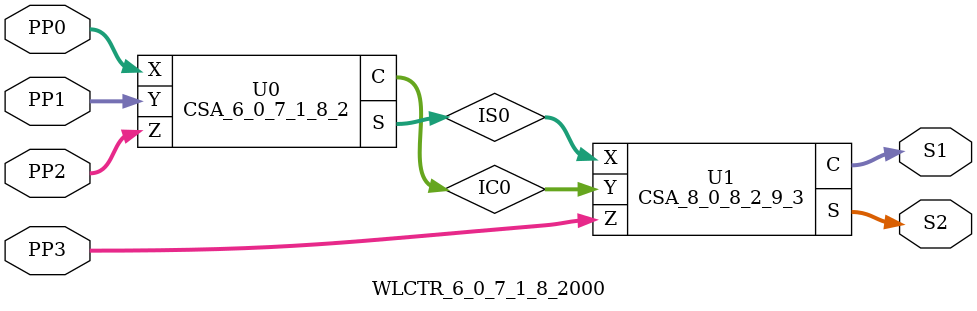
<source format=v>
/*----------------------------------------------------------------------------
  Copyright (c) 2021 Homma laboratory. All rights reserved.

  Top module: Multiplier_6_0_3_000

  Number system: Unsigned binary
  Multiplicand length: 7
  Multiplier length: 4
  Partial product generation: Simple PPG
  Partial product accumulation: Wallace tree
  Final stage addition: Carry-skip adder (fixed-block-size)
----------------------------------------------------------------------------*/

module UB1BPPG_0_0(O, IN1, IN2);
  output O;
  input IN1;
  input IN2;
  assign O = IN1 & IN2;
endmodule

module UB1BPPG_1_0(O, IN1, IN2);
  output O;
  input IN1;
  input IN2;
  assign O = IN1 & IN2;
endmodule

module UB1BPPG_2_0(O, IN1, IN2);
  output O;
  input IN1;
  input IN2;
  assign O = IN1 & IN2;
endmodule

module UB1BPPG_3_0(O, IN1, IN2);
  output O;
  input IN1;
  input IN2;
  assign O = IN1 & IN2;
endmodule

module UB1BPPG_4_0(O, IN1, IN2);
  output O;
  input IN1;
  input IN2;
  assign O = IN1 & IN2;
endmodule

module UB1BPPG_5_0(O, IN1, IN2);
  output O;
  input IN1;
  input IN2;
  assign O = IN1 & IN2;
endmodule

module UB1BPPG_6_0(O, IN1, IN2);
  output O;
  input IN1;
  input IN2;
  assign O = IN1 & IN2;
endmodule

module UB1BPPG_0_1(O, IN1, IN2);
  output O;
  input IN1;
  input IN2;
  assign O = IN1 & IN2;
endmodule

module UB1BPPG_1_1(O, IN1, IN2);
  output O;
  input IN1;
  input IN2;
  assign O = IN1 & IN2;
endmodule

module UB1BPPG_2_1(O, IN1, IN2);
  output O;
  input IN1;
  input IN2;
  assign O = IN1 & IN2;
endmodule

module UB1BPPG_3_1(O, IN1, IN2);
  output O;
  input IN1;
  input IN2;
  assign O = IN1 & IN2;
endmodule

module UB1BPPG_4_1(O, IN1, IN2);
  output O;
  input IN1;
  input IN2;
  assign O = IN1 & IN2;
endmodule

module UB1BPPG_5_1(O, IN1, IN2);
  output O;
  input IN1;
  input IN2;
  assign O = IN1 & IN2;
endmodule

module UB1BPPG_6_1(O, IN1, IN2);
  output O;
  input IN1;
  input IN2;
  assign O = IN1 & IN2;
endmodule

module UB1BPPG_0_2(O, IN1, IN2);
  output O;
  input IN1;
  input IN2;
  assign O = IN1 & IN2;
endmodule

module UB1BPPG_1_2(O, IN1, IN2);
  output O;
  input IN1;
  input IN2;
  assign O = IN1 & IN2;
endmodule

module UB1BPPG_2_2(O, IN1, IN2);
  output O;
  input IN1;
  input IN2;
  assign O = IN1 & IN2;
endmodule

module UB1BPPG_3_2(O, IN1, IN2);
  output O;
  input IN1;
  input IN2;
  assign O = IN1 & IN2;
endmodule

module UB1BPPG_4_2(O, IN1, IN2);
  output O;
  input IN1;
  input IN2;
  assign O = IN1 & IN2;
endmodule

module UB1BPPG_5_2(O, IN1, IN2);
  output O;
  input IN1;
  input IN2;
  assign O = IN1 & IN2;
endmodule

module UB1BPPG_6_2(O, IN1, IN2);
  output O;
  input IN1;
  input IN2;
  assign O = IN1 & IN2;
endmodule

module UB1BPPG_0_3(O, IN1, IN2);
  output O;
  input IN1;
  input IN2;
  assign O = IN1 & IN2;
endmodule

module UB1BPPG_1_3(O, IN1, IN2);
  output O;
  input IN1;
  input IN2;
  assign O = IN1 & IN2;
endmodule

module UB1BPPG_2_3(O, IN1, IN2);
  output O;
  input IN1;
  input IN2;
  assign O = IN1 & IN2;
endmodule

module UB1BPPG_3_3(O, IN1, IN2);
  output O;
  input IN1;
  input IN2;
  assign O = IN1 & IN2;
endmodule

module UB1BPPG_4_3(O, IN1, IN2);
  output O;
  input IN1;
  input IN2;
  assign O = IN1 & IN2;
endmodule

module UB1BPPG_5_3(O, IN1, IN2);
  output O;
  input IN1;
  input IN2;
  assign O = IN1 & IN2;
endmodule

module UB1BPPG_6_3(O, IN1, IN2);
  output O;
  input IN1;
  input IN2;
  assign O = IN1 & IN2;
endmodule

module UB1DCON_0(O, I);
  output O;
  input I;
  assign O = I;
endmodule

module UBHA_1(C, S, X, Y);
  output C;
  output S;
  input X;
  input Y;
  assign C = X & Y;
  assign S = X ^ Y;
endmodule

module UBFA_2(C, S, X, Y, Z);
  output C;
  output S;
  input X;
  input Y;
  input Z;
  assign C = ( X & Y ) | ( Y & Z ) | ( Z & X );
  assign S = X ^ Y ^ Z;
endmodule

module UBFA_3(C, S, X, Y, Z);
  output C;
  output S;
  input X;
  input Y;
  input Z;
  assign C = ( X & Y ) | ( Y & Z ) | ( Z & X );
  assign S = X ^ Y ^ Z;
endmodule

module UBFA_4(C, S, X, Y, Z);
  output C;
  output S;
  input X;
  input Y;
  input Z;
  assign C = ( X & Y ) | ( Y & Z ) | ( Z & X );
  assign S = X ^ Y ^ Z;
endmodule

module UBFA_5(C, S, X, Y, Z);
  output C;
  output S;
  input X;
  input Y;
  input Z;
  assign C = ( X & Y ) | ( Y & Z ) | ( Z & X );
  assign S = X ^ Y ^ Z;
endmodule

module UBFA_6(C, S, X, Y, Z);
  output C;
  output S;
  input X;
  input Y;
  input Z;
  assign C = ( X & Y ) | ( Y & Z ) | ( Z & X );
  assign S = X ^ Y ^ Z;
endmodule

module UBHA_7(C, S, X, Y);
  output C;
  output S;
  input X;
  input Y;
  assign C = X & Y;
  assign S = X ^ Y;
endmodule

module UB1DCON_8(O, I);
  output O;
  input I;
  assign O = I;
endmodule

module UB1DCON_1(O, I);
  output O;
  input I;
  assign O = I;
endmodule

module UBHA_2(C, S, X, Y);
  output C;
  output S;
  input X;
  input Y;
  assign C = X & Y;
  assign S = X ^ Y;
endmodule

module UBFA_7(C, S, X, Y, Z);
  output C;
  output S;
  input X;
  input Y;
  input Z;
  assign C = ( X & Y ) | ( Y & Z ) | ( Z & X );
  assign S = X ^ Y ^ Z;
endmodule

module UBFA_8(C, S, X, Y, Z);
  output C;
  output S;
  input X;
  input Y;
  input Z;
  assign C = ( X & Y ) | ( Y & Z ) | ( Z & X );
  assign S = X ^ Y ^ Z;
endmodule

module UB1DCON_9(O, I);
  output O;
  input I;
  assign O = I;
endmodule

module UBHA_3(C, S, X, Y);
  output C;
  output S;
  input X;
  input Y;
  assign C = X & Y;
  assign S = X ^ Y;
endmodule

module UBPFA_3(Co, S, P, X, Y, Ci);
  output Co;
  output P;
  output S;
  input Ci;
  input X;
  input Y;
  wire C_0;
  wire C_1;
  wire S_0;
  assign Co = C_0 | C_1;
  assign P = S_0;
  UBHA_3 U0 (C_0, S_0, X, Y);
  UBHA_3 U1 (C_1, S, S_0, Ci);
endmodule

module UBCSkB_3_3(Co, S, X, Y, Ci);
  output Co;
  output [3:3] S;
  input Ci;
  input [3:3] X;
  input [3:3] Y;
  wire C4;
  wire P3;
  wire Sk;
  assign Sk = P3 & Ci;
  assign Co = C4 | Sk;
  UBPFA_3 U0 (C4, S[3], P3, X[3], Y[3], Ci);
endmodule

module UBHA_4(C, S, X, Y);
  output C;
  output S;
  input X;
  input Y;
  assign C = X & Y;
  assign S = X ^ Y;
endmodule

module UBPFA_4(Co, S, P, X, Y, Ci);
  output Co;
  output P;
  output S;
  input Ci;
  input X;
  input Y;
  wire C_0;
  wire C_1;
  wire S_0;
  assign Co = C_0 | C_1;
  assign P = S_0;
  UBHA_4 U0 (C_0, S_0, X, Y);
  UBHA_4 U1 (C_1, S, S_0, Ci);
endmodule

module UBCSkB_4_4(Co, S, X, Y, Ci);
  output Co;
  output [4:4] S;
  input Ci;
  input [4:4] X;
  input [4:4] Y;
  wire C5;
  wire P4;
  wire Sk;
  assign Sk = P4 & Ci;
  assign Co = C5 | Sk;
  UBPFA_4 U0 (C5, S[4], P4, X[4], Y[4], Ci);
endmodule

module UBHA_5(C, S, X, Y);
  output C;
  output S;
  input X;
  input Y;
  assign C = X & Y;
  assign S = X ^ Y;
endmodule

module UBPFA_5(Co, S, P, X, Y, Ci);
  output Co;
  output P;
  output S;
  input Ci;
  input X;
  input Y;
  wire C_0;
  wire C_1;
  wire S_0;
  assign Co = C_0 | C_1;
  assign P = S_0;
  UBHA_5 U0 (C_0, S_0, X, Y);
  UBHA_5 U1 (C_1, S, S_0, Ci);
endmodule

module UBCSkB_5_5(Co, S, X, Y, Ci);
  output Co;
  output [5:5] S;
  input Ci;
  input [5:5] X;
  input [5:5] Y;
  wire C6;
  wire P5;
  wire Sk;
  assign Sk = P5 & Ci;
  assign Co = C6 | Sk;
  UBPFA_5 U0 (C6, S[5], P5, X[5], Y[5], Ci);
endmodule

module UBHA_6(C, S, X, Y);
  output C;
  output S;
  input X;
  input Y;
  assign C = X & Y;
  assign S = X ^ Y;
endmodule

module UBPFA_6(Co, S, P, X, Y, Ci);
  output Co;
  output P;
  output S;
  input Ci;
  input X;
  input Y;
  wire C_0;
  wire C_1;
  wire S_0;
  assign Co = C_0 | C_1;
  assign P = S_0;
  UBHA_6 U0 (C_0, S_0, X, Y);
  UBHA_6 U1 (C_1, S, S_0, Ci);
endmodule

module UBCSkB_6_6(Co, S, X, Y, Ci);
  output Co;
  output [6:6] S;
  input Ci;
  input [6:6] X;
  input [6:6] Y;
  wire C7;
  wire P6;
  wire Sk;
  assign Sk = P6 & Ci;
  assign Co = C7 | Sk;
  UBPFA_6 U0 (C7, S[6], P6, X[6], Y[6], Ci);
endmodule

module UBPFA_7(Co, S, P, X, Y, Ci);
  output Co;
  output P;
  output S;
  input Ci;
  input X;
  input Y;
  wire C_0;
  wire C_1;
  wire S_0;
  assign Co = C_0 | C_1;
  assign P = S_0;
  UBHA_7 U0 (C_0, S_0, X, Y);
  UBHA_7 U1 (C_1, S, S_0, Ci);
endmodule

module UBCSkB_7_7(Co, S, X, Y, Ci);
  output Co;
  output [7:7] S;
  input Ci;
  input [7:7] X;
  input [7:7] Y;
  wire C8;
  wire P7;
  wire Sk;
  assign Sk = P7 & Ci;
  assign Co = C8 | Sk;
  UBPFA_7 U0 (C8, S[7], P7, X[7], Y[7], Ci);
endmodule

module UBHA_8(C, S, X, Y);
  output C;
  output S;
  input X;
  input Y;
  assign C = X & Y;
  assign S = X ^ Y;
endmodule

module UBPFA_8(Co, S, P, X, Y, Ci);
  output Co;
  output P;
  output S;
  input Ci;
  input X;
  input Y;
  wire C_0;
  wire C_1;
  wire S_0;
  assign Co = C_0 | C_1;
  assign P = S_0;
  UBHA_8 U0 (C_0, S_0, X, Y);
  UBHA_8 U1 (C_1, S, S_0, Ci);
endmodule

module UBCSkB_8_8(Co, S, X, Y, Ci);
  output Co;
  output [8:8] S;
  input Ci;
  input [8:8] X;
  input [8:8] Y;
  wire C9;
  wire P8;
  wire Sk;
  assign Sk = P8 & Ci;
  assign Co = C9 | Sk;
  UBPFA_8 U0 (C9, S[8], P8, X[8], Y[8], Ci);
endmodule

module UBHA_9(C, S, X, Y);
  output C;
  output S;
  input X;
  input Y;
  assign C = X & Y;
  assign S = X ^ Y;
endmodule

module UBPFA_9(Co, S, P, X, Y, Ci);
  output Co;
  output P;
  output S;
  input Ci;
  input X;
  input Y;
  wire C_0;
  wire C_1;
  wire S_0;
  assign Co = C_0 | C_1;
  assign P = S_0;
  UBHA_9 U0 (C_0, S_0, X, Y);
  UBHA_9 U1 (C_1, S, S_0, Ci);
endmodule

module UBCSkB_9_9(Co, S, X, Y, Ci);
  output Co;
  output [9:9] S;
  input Ci;
  input [9:9] X;
  input [9:9] Y;
  wire C10;
  wire P9;
  wire Sk;
  assign Sk = P9 & Ci;
  assign Co = C10 | Sk;
  UBPFA_9 U0 (C10, S[9], P9, X[9], Y[9], Ci);
endmodule

module UBPriFCSkA_9_3(S, X, Y, Cin);
  output [10:3] S;
  input Cin;
  input [9:3] X;
  input [9:3] Y;
  wire C4;
  wire C5;
  wire C6;
  wire C7;
  wire C8;
  wire C9;
  UBCSkB_3_3 U0 (C4, S[3], X[3], Y[3], Cin);
  UBCSkB_4_4 U1 (C5, S[4], X[4], Y[4], C4);
  UBCSkB_5_5 U2 (C6, S[5], X[5], Y[5], C5);
  UBCSkB_6_6 U3 (C7, S[6], X[6], Y[6], C6);
  UBCSkB_7_7 U4 (C8, S[7], X[7], Y[7], C7);
  UBCSkB_8_8 U5 (C9, S[8], X[8], Y[8], C8);
  UBCSkB_9_9 U6 (S[10], S[9], X[9], Y[9], C9);
endmodule

module UBZero_3_3(O);
  output [3:3] O;
  assign O[3] = 0;
endmodule

module UB1DCON_2(O, I);
  output O;
  input I;
  assign O = I;
endmodule

module Multiplier_6_0_3_000(P, IN1, IN2);
  output [10:0] P;
  input [6:0] IN1;
  input [3:0] IN2;
  wire [10:0] W;
  assign P[0] = W[0];
  assign P[1] = W[1];
  assign P[2] = W[2];
  assign P[3] = W[3];
  assign P[4] = W[4];
  assign P[5] = W[5];
  assign P[6] = W[6];
  assign P[7] = W[7];
  assign P[8] = W[8];
  assign P[9] = W[9];
  assign P[10] = W[10];
  MultUB_STD_WAL_FC000 U0 (W, IN1, IN2);
endmodule

module CSA_6_0_7_1_8_2 (C, S, X, Y, Z);
  output [8:2] C;
  output [8:0] S;
  input [6:0] X;
  input [7:1] Y;
  input [8:2] Z;
  UB1DCON_0 U0 (S[0], X[0]);
  UBHA_1 U1 (C[2], S[1], Y[1], X[1]);
  PureCSA_6_2 U2 (C[7:3], S[6:2], Z[6:2], Y[6:2], X[6:2]);
  UBHA_7 U3 (C[8], S[7], Z[7], Y[7]);
  UB1DCON_8 U4 (S[8], Z[8]);
endmodule

module CSA_8_0_8_2_9_3 (C, S, X, Y, Z);
  output [9:3] C;
  output [9:0] S;
  input [8:0] X;
  input [8:2] Y;
  input [9:3] Z;
  UBCON_1_0 U0 (S[1:0], X[1:0]);
  UBHA_2 U1 (C[3], S[2], Y[2], X[2]);
  PureCSA_8_3 U2 (C[9:4], S[8:3], Z[8:3], Y[8:3], X[8:3]);
  UB1DCON_9 U3 (S[9], Z[9]);
endmodule

module MultUB_STD_WAL_FC000 (P, IN1, IN2);
  output [10:0] P;
  input [6:0] IN1;
  input [3:0] IN2;
  wire [6:0] PP0;
  wire [7:1] PP1;
  wire [8:2] PP2;
  wire [9:3] PP3;
  wire [9:3] S1;
  wire [9:0] S2;
  UBPPG_6_0_3_0 U0 (PP0, PP1, PP2, PP3, IN1, IN2);
  WLCTR_6_0_7_1_8_2000 U1 (S1, S2, PP0, PP1, PP2, PP3);
  UBFCSkA_9_3_9_0 U2 (P, S1, S2);
endmodule

module PureCSA_6_2 (C, S, X, Y, Z);
  output [7:3] C;
  output [6:2] S;
  input [6:2] X;
  input [6:2] Y;
  input [6:2] Z;
  UBFA_2 U0 (C[3], S[2], X[2], Y[2], Z[2]);
  UBFA_3 U1 (C[4], S[3], X[3], Y[3], Z[3]);
  UBFA_4 U2 (C[5], S[4], X[4], Y[4], Z[4]);
  UBFA_5 U3 (C[6], S[5], X[5], Y[5], Z[5]);
  UBFA_6 U4 (C[7], S[6], X[6], Y[6], Z[6]);
endmodule

module PureCSA_8_3 (C, S, X, Y, Z);
  output [9:4] C;
  output [8:3] S;
  input [8:3] X;
  input [8:3] Y;
  input [8:3] Z;
  UBFA_3 U0 (C[4], S[3], X[3], Y[3], Z[3]);
  UBFA_4 U1 (C[5], S[4], X[4], Y[4], Z[4]);
  UBFA_5 U2 (C[6], S[5], X[5], Y[5], Z[5]);
  UBFA_6 U3 (C[7], S[6], X[6], Y[6], Z[6]);
  UBFA_7 U4 (C[8], S[7], X[7], Y[7], Z[7]);
  UBFA_8 U5 (C[9], S[8], X[8], Y[8], Z[8]);
endmodule

module UBCON_1_0 (O, I);
  output [1:0] O;
  input [1:0] I;
  UB1DCON_0 U0 (O[0], I[0]);
  UB1DCON_1 U1 (O[1], I[1]);
endmodule

module UBCON_2_0 (O, I);
  output [2:0] O;
  input [2:0] I;
  UB1DCON_0 U0 (O[0], I[0]);
  UB1DCON_1 U1 (O[1], I[1]);
  UB1DCON_2 U2 (O[2], I[2]);
endmodule

module UBFCSkA_9_3_9_0 (S, X, Y);
  output [10:0] S;
  input [9:3] X;
  input [9:0] Y;
  UBPureFCSkA_9_3 U0 (S[10:3], X[9:3], Y[9:3]);
  UBCON_2_0 U1 (S[2:0], Y[2:0]);
endmodule

module UBPPG_6_0_3_0 (PP0, PP1, PP2, PP3, IN1, IN2);
  output [6:0] PP0;
  output [7:1] PP1;
  output [8:2] PP2;
  output [9:3] PP3;
  input [6:0] IN1;
  input [3:0] IN2;
  UBVPPG_6_0_0 U0 (PP0, IN1, IN2[0]);
  UBVPPG_6_0_1 U1 (PP1, IN1, IN2[1]);
  UBVPPG_6_0_2 U2 (PP2, IN1, IN2[2]);
  UBVPPG_6_0_3 U3 (PP3, IN1, IN2[3]);
endmodule

module UBPureFCSkA_9_3 (S, X, Y);
  output [10:3] S;
  input [9:3] X;
  input [9:3] Y;
  wire C;
  UBPriFCSkA_9_3 U0 (S, X, Y, C);
  UBZero_3_3 U1 (C);
endmodule

module UBVPPG_6_0_0 (O, IN1, IN2);
  output [6:0] O;
  input [6:0] IN1;
  input IN2;
  UB1BPPG_0_0 U0 (O[0], IN1[0], IN2);
  UB1BPPG_1_0 U1 (O[1], IN1[1], IN2);
  UB1BPPG_2_0 U2 (O[2], IN1[2], IN2);
  UB1BPPG_3_0 U3 (O[3], IN1[3], IN2);
  UB1BPPG_4_0 U4 (O[4], IN1[4], IN2);
  UB1BPPG_5_0 U5 (O[5], IN1[5], IN2);
  UB1BPPG_6_0 U6 (O[6], IN1[6], IN2);
endmodule

module UBVPPG_6_0_1 (O, IN1, IN2);
  output [7:1] O;
  input [6:0] IN1;
  input IN2;
  UB1BPPG_0_1 U0 (O[1], IN1[0], IN2);
  UB1BPPG_1_1 U1 (O[2], IN1[1], IN2);
  UB1BPPG_2_1 U2 (O[3], IN1[2], IN2);
  UB1BPPG_3_1 U3 (O[4], IN1[3], IN2);
  UB1BPPG_4_1 U4 (O[5], IN1[4], IN2);
  UB1BPPG_5_1 U5 (O[6], IN1[5], IN2);
  UB1BPPG_6_1 U6 (O[7], IN1[6], IN2);
endmodule

module UBVPPG_6_0_2 (O, IN1, IN2);
  output [8:2] O;
  input [6:0] IN1;
  input IN2;
  UB1BPPG_0_2 U0 (O[2], IN1[0], IN2);
  UB1BPPG_1_2 U1 (O[3], IN1[1], IN2);
  UB1BPPG_2_2 U2 (O[4], IN1[2], IN2);
  UB1BPPG_3_2 U3 (O[5], IN1[3], IN2);
  UB1BPPG_4_2 U4 (O[6], IN1[4], IN2);
  UB1BPPG_5_2 U5 (O[7], IN1[5], IN2);
  UB1BPPG_6_2 U6 (O[8], IN1[6], IN2);
endmodule

module UBVPPG_6_0_3 (O, IN1, IN2);
  output [9:3] O;
  input [6:0] IN1;
  input IN2;
  UB1BPPG_0_3 U0 (O[3], IN1[0], IN2);
  UB1BPPG_1_3 U1 (O[4], IN1[1], IN2);
  UB1BPPG_2_3 U2 (O[5], IN1[2], IN2);
  UB1BPPG_3_3 U3 (O[6], IN1[3], IN2);
  UB1BPPG_4_3 U4 (O[7], IN1[4], IN2);
  UB1BPPG_5_3 U5 (O[8], IN1[5], IN2);
  UB1BPPG_6_3 U6 (O[9], IN1[6], IN2);
endmodule

module WLCTR_6_0_7_1_8_2000 (S1, S2, PP0, PP1, PP2, PP3);
  output [9:3] S1;
  output [9:0] S2;
  input [6:0] PP0;
  input [7:1] PP1;
  input [8:2] PP2;
  input [9:3] PP3;
  wire [8:2] IC0;
  wire [8:0] IS0;
  CSA_6_0_7_1_8_2 U0 (IC0, IS0, PP0, PP1, PP2);
  CSA_8_0_8_2_9_3 U1 (S1, S2, IS0, IC0, PP3);
endmodule


</source>
